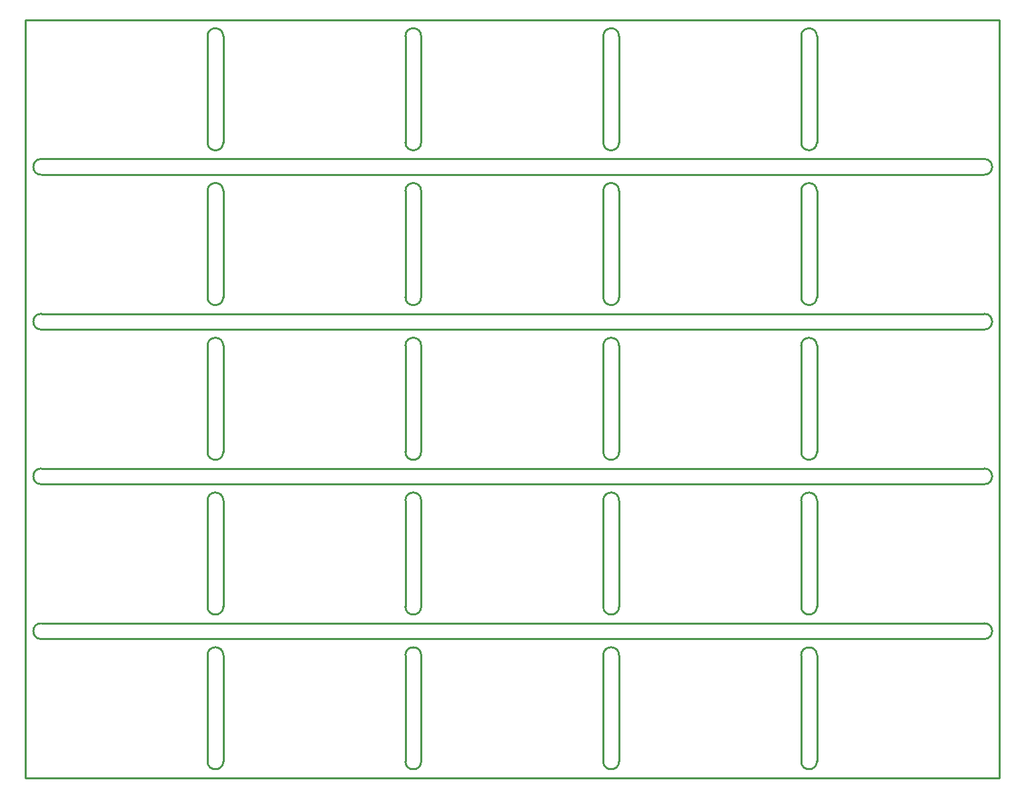
<source format=gko>
G04 Layer: BoardOutline*
G04 EasyEDA v6.4.20.5, 2021-07-08T19:51:02+08:00*
G04 9fc62b59898d4f10b595c4665fefa585,e7bc534dc2744323a0f9b62094545a88,10*
G04 Gerber Generator version 0.2*
G04 Scale: 100 percent, Rotated: No, Reflected: No *
G04 Dimensions in millimeters *
G04 leading zeros omitted , absolute positions ,4 integer and 5 decimal *
%FSLAX45Y45*%
%MOMM*%

%ADD10C,0.2540*%
D10*
X-15Y-1965401D02*
G01*
X12357084Y-1965401D01*
X12357084Y7661198D01*
X-15Y7661198D02*
G01*
X-15Y-1965401D01*
X2Y-200007D02*
G01*
X2Y-1965307D01*
X-15Y7661198D02*
G01*
X-15Y5895898D01*
X2311384Y7661198D02*
G01*
X10045684Y7661198D01*
X10045603Y7661191D02*
G01*
X12357003Y7661191D01*
X-15Y7661198D02*
G01*
X2311384Y7661198D01*
X2511384Y7456197D02*
G01*
X2511384Y6106200D01*
G75*
G01*
X2511384Y6106201D02*
G02*
X2311385Y6106201I-99999J0D01*
X2311384Y6106200D02*
G01*
X2311384Y7456197D01*
G75*
G01*
X2311385Y7456198D02*
G02*
X2511384Y7456198I100000J0D01*
X2511384Y7456197D02*
G01*
X2511384Y7456197D01*
X5022796Y7456192D02*
G01*
X5022796Y6106195D01*
G75*
G01*
X5022797Y6106196D02*
G02*
X4822795Y6106196I-100001J0D01*
X4822794Y6106195D02*
G01*
X4822794Y7456192D01*
G75*
G01*
X4822795Y7456193D02*
G02*
X5022797Y7456193I100001J0D01*
X5022796Y7456192D02*
G01*
X5022796Y7456192D01*
X7534198Y7456192D02*
G01*
X7534198Y6106195D01*
G75*
G01*
X7534199Y6106196D02*
G02*
X7334197Y6106196I-100001J0D01*
X7334196Y6106195D02*
G01*
X7334196Y7456192D01*
G75*
G01*
X7334197Y7456193D02*
G02*
X7534199Y7456193I100001J0D01*
X7534198Y7456192D02*
G01*
X7534198Y7456192D01*
X10045595Y7456192D02*
G01*
X10045595Y6106195D01*
G75*
G01*
X10045596Y6106196D02*
G02*
X9845604Y6106196I-99996J872D01*
X9845603Y6106195D02*
G01*
X9845603Y7456192D01*
G75*
G01*
X9845604Y7456193D02*
G02*
X10045596Y7456193I99996J-873D01*
X10045595Y7456192D02*
G01*
X10045595Y7456192D01*
X199984Y5895898D02*
G01*
X12169960Y5895898D01*
G75*
G01*
X12169960Y5895899D02*
G02*
X12169960Y5695899I0J-100000D01*
X12169960Y5695899D02*
G01*
X199984Y5695899D01*
G75*
G01*
X199984Y5695899D02*
G02*
X199984Y5895899I0J100000D01*
X199984Y5895898D02*
G01*
X199984Y5895898D01*
X199999Y3930599D02*
G01*
X12169962Y3930599D01*
G75*
G01*
X12169963Y3930599D02*
G02*
X12169963Y3730600I0J-100000D01*
X12169962Y3730599D02*
G01*
X199999Y3730599D01*
G75*
G01*
X200000Y3730600D02*
G02*
X200000Y3930599I0J99999D01*
X199999Y3930599D02*
G01*
X199999Y3930599D01*
X10045600Y5490893D02*
G01*
X10045600Y4140895D01*
G75*
G01*
X10045601Y4140896D02*
G02*
X9845609Y4140896I-99996J873D01*
X9845608Y4140895D02*
G01*
X9845608Y5490893D01*
G75*
G01*
X9845609Y5490893D02*
G02*
X10045601Y5490893I99996J-873D01*
X10045600Y5490893D02*
G01*
X10045600Y5490893D01*
X7534201Y5490893D02*
G01*
X7534201Y4140895D01*
G75*
G01*
X7534201Y4140896D02*
G02*
X7334199Y4140896I-100001J0D01*
X7334199Y4140895D02*
G01*
X7334199Y5490893D01*
G75*
G01*
X7334199Y5490893D02*
G02*
X7534201Y5490893I100001J0D01*
X7534201Y5490893D02*
G01*
X7534201Y5490893D01*
X5022799Y5490893D02*
G01*
X5022799Y4140895D01*
G75*
G01*
X5022799Y4140896D02*
G02*
X4822797Y4140896I-100001J0D01*
X4822797Y4140895D02*
G01*
X4822797Y5490893D01*
G75*
G01*
X4822797Y5490893D02*
G02*
X5022799Y5490893I100001J0D01*
X5022799Y5490893D02*
G01*
X5022799Y5490893D01*
X2511394Y5490898D02*
G01*
X2511394Y4140901D01*
G75*
G01*
X2511395Y4140901D02*
G02*
X2311392Y4140901I-100002J0D01*
X2311392Y4140901D02*
G01*
X2311392Y5490898D01*
G75*
G01*
X2311392Y5490898D02*
G02*
X2511395Y5490898I100001J0D01*
X2511394Y5490898D02*
G01*
X2511394Y5490898D01*
X199999Y1965299D02*
G01*
X12169975Y1965299D01*
G75*
G01*
X12169976Y1965300D02*
G02*
X12169976Y1765300I0J-100000D01*
X12169975Y1765300D02*
G01*
X199999Y1765300D01*
G75*
G01*
X200000Y1765300D02*
G02*
X200000Y1965300I0J100000D01*
X199999Y1965299D02*
G01*
X199999Y1965299D01*
X10045611Y3525593D02*
G01*
X10045611Y2175596D01*
G75*
G01*
X10045611Y2175596D02*
G02*
X9845619Y2175596I-99996J873D01*
X9845619Y2175596D02*
G01*
X9845619Y3525593D01*
G75*
G01*
X9845619Y3525594D02*
G02*
X10045611Y3525594I99996J-873D01*
X10045611Y3525593D02*
G01*
X10045611Y3525593D01*
X7534214Y3525593D02*
G01*
X7534214Y2175596D01*
G75*
G01*
X7534214Y2175596D02*
G02*
X7334212Y2175596I-100001J0D01*
X7334211Y2175596D02*
G01*
X7334211Y3525593D01*
G75*
G01*
X7334212Y3525594D02*
G02*
X7534214Y3525594I100001J0D01*
X7534214Y3525593D02*
G01*
X7534214Y3525593D01*
X5022811Y3525593D02*
G01*
X5022811Y2175596D01*
G75*
G01*
X5022812Y2175596D02*
G02*
X4822810Y2175596I-100001J0D01*
X4822809Y2175596D02*
G01*
X4822809Y3525593D01*
G75*
G01*
X4822810Y3525594D02*
G02*
X5022812Y3525594I100001J0D01*
X5022811Y3525593D02*
G01*
X5022811Y3525593D01*
X2511399Y3525598D02*
G01*
X2511399Y2175601D01*
G75*
G01*
X2511400Y2175601D02*
G02*
X2311400Y2175601I-100000J0D01*
X2311400Y2175601D02*
G01*
X2311400Y3525598D01*
G75*
G01*
X2311400Y3525599D02*
G02*
X2511400Y3525599I100000J0D01*
X2511399Y3525598D02*
G01*
X2511399Y3525598D01*
X199999Y0D02*
G01*
X12169973Y0D01*
G75*
G01*
X12169973Y0D02*
G02*
X12169973Y-200000I0J-100000D01*
X12169973Y-199999D02*
G01*
X199999Y-199999D01*
G75*
G01*
X200000Y-200000D02*
G02*
X200000Y0I0J100000D01*
X199999Y0D02*
G01*
X199999Y0D01*
X10045611Y1560294D02*
G01*
X10045611Y210296D01*
G75*
G01*
X10045611Y210297D02*
G02*
X9845619Y210297I-99996J873D01*
X9845619Y210296D02*
G01*
X9845619Y1560294D01*
G75*
G01*
X9845619Y1560294D02*
G02*
X10045611Y1560294I99996J-873D01*
X10045611Y1560294D02*
G01*
X10045611Y1560294D01*
X7534216Y1560294D02*
G01*
X7534216Y210296D01*
G75*
G01*
X7534217Y210297D02*
G02*
X7334214Y210297I-100001J0D01*
X7334214Y210296D02*
G01*
X7334214Y1560294D01*
G75*
G01*
X7334214Y1560294D02*
G02*
X7534217Y1560294I100002J0D01*
X7534216Y1560294D02*
G01*
X7534216Y1560294D01*
X5022814Y1560294D02*
G01*
X5022814Y210296D01*
G75*
G01*
X5022814Y210297D02*
G02*
X4822812Y210297I-100001J0D01*
X4822812Y210296D02*
G01*
X4822812Y1560294D01*
G75*
G01*
X4822812Y1560294D02*
G02*
X5022814Y1560294I100001J0D01*
X5022814Y1560294D02*
G01*
X5022814Y1560294D01*
X2511402Y1560299D02*
G01*
X2511402Y210301D01*
G75*
G01*
X2511402Y210302D02*
G02*
X2311400Y210302I-100001J0D01*
X2311400Y210301D02*
G01*
X2311400Y1560299D01*
G75*
G01*
X2311400Y1560299D02*
G02*
X2511402Y1560299I100001J0D01*
X2511402Y1560299D02*
G01*
X2511402Y1560299D01*
X10045613Y-405013D02*
G01*
X10045613Y-1755010D01*
G75*
G01*
X10045614Y-1755010D02*
G02*
X9845622Y-1755010I-99996J872D01*
X9845621Y-1755010D02*
G01*
X9845621Y-405013D01*
G75*
G01*
X9845622Y-405013D02*
G02*
X10045614Y-405013I99996J-873D01*
X10045613Y-405013D02*
G01*
X10045613Y-405013D01*
X7534219Y-405013D02*
G01*
X7534219Y-1755010D01*
G75*
G01*
X7534219Y-1755010D02*
G02*
X7334217Y-1755010I-100001J0D01*
X7334216Y-1755010D02*
G01*
X7334216Y-405013D01*
G75*
G01*
X7334217Y-405013D02*
G02*
X7534219Y-405013I100001J0D01*
X7534219Y-405013D02*
G01*
X7534219Y-405013D01*
X5022816Y-405013D02*
G01*
X5022816Y-1755010D01*
G75*
G01*
X5022817Y-1755010D02*
G02*
X4822815Y-1755010I-100001J0D01*
X4822814Y-1755010D02*
G01*
X4822814Y-405013D01*
G75*
G01*
X4822815Y-405013D02*
G02*
X5022817Y-405013I100001J0D01*
X5022816Y-405013D02*
G01*
X5022816Y-405013D01*
X2511404Y-405008D02*
G01*
X2511404Y-1755005D01*
G75*
G01*
X2511405Y-1755005D02*
G02*
X2311403Y-1755005I-100001J0D01*
X2311402Y-1755005D02*
G01*
X2311402Y-405008D01*
G75*
G01*
X2311403Y-405008D02*
G02*
X2511405Y-405008I100001J0D01*
X2511404Y-405008D02*
G01*
X2511404Y-405008D01*

%LPD*%
M02*

</source>
